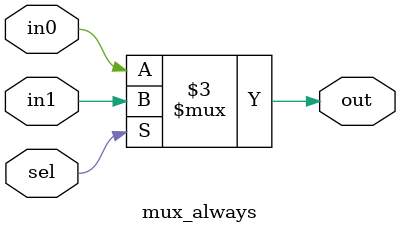
<source format=v>
module mux_always (in0, in1, sel, out);
input in0, in1, sel;
output reg out;

always @(*) begin
if (sel)
    out = in1;
else
    out = in0;

end

endmodule
</source>
